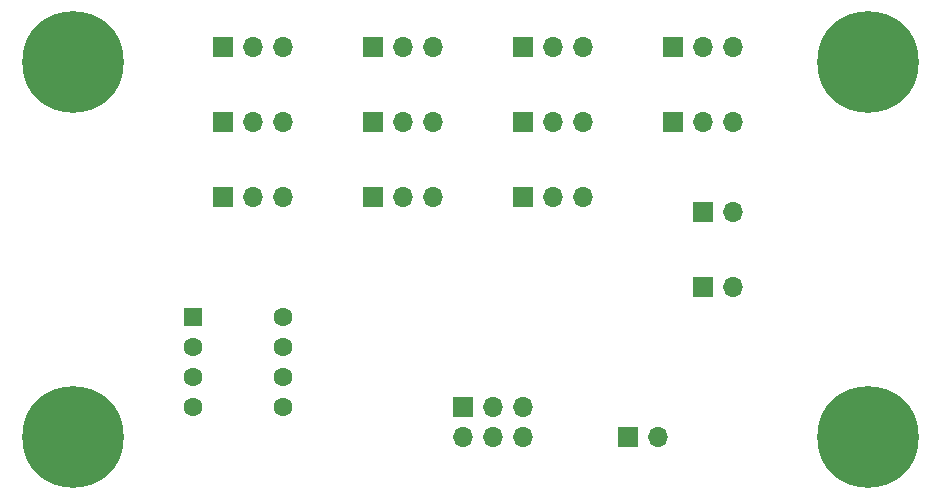
<source format=gbr>
%TF.GenerationSoftware,KiCad,Pcbnew,(5.1.8)-1*%
%TF.CreationDate,2021-01-25T11:57:41-05:00*%
%TF.ProjectId,Analog_Panel,416e616c-6f67-45f5-9061-6e656c2e6b69,rev?*%
%TF.SameCoordinates,Original*%
%TF.FileFunction,Soldermask,Bot*%
%TF.FilePolarity,Negative*%
%FSLAX46Y46*%
G04 Gerber Fmt 4.6, Leading zero omitted, Abs format (unit mm)*
G04 Created by KiCad (PCBNEW (5.1.8)-1) date 2021-01-25 11:57:41*
%MOMM*%
%LPD*%
G01*
G04 APERTURE LIST*
%ADD10C,8.600000*%
%ADD11C,0.900000*%
%ADD12R,1.700000X1.700000*%
%ADD13O,1.700000X1.700000*%
%ADD14R,1.600000X1.600000*%
%ADD15C,1.600000*%
G04 APERTURE END LIST*
D10*
%TO.C,REF\u002A\u002A*%
X31750000Y-24130000D03*
D11*
X34975000Y-24130000D03*
X34030419Y-26410419D03*
X31750000Y-27355000D03*
X29469581Y-26410419D03*
X28525000Y-24130000D03*
X29469581Y-21849581D03*
X31750000Y-20905000D03*
X34030419Y-21849581D03*
%TD*%
D10*
%TO.C,REF\u002A\u002A*%
X99060000Y-24130000D03*
D11*
X102285000Y-24130000D03*
X101340419Y-26410419D03*
X99060000Y-27355000D03*
X96779581Y-26410419D03*
X95835000Y-24130000D03*
X96779581Y-21849581D03*
X99060000Y-20905000D03*
X101340419Y-21849581D03*
%TD*%
D10*
%TO.C,REF\u002A\u002A*%
X99060000Y-55880000D03*
D11*
X102285000Y-55880000D03*
X101340419Y-58160419D03*
X99060000Y-59105000D03*
X96779581Y-58160419D03*
X95835000Y-55880000D03*
X96779581Y-53599581D03*
X99060000Y-52655000D03*
X101340419Y-53599581D03*
%TD*%
D10*
%TO.C,REF\u002A\u002A*%
X31750000Y-55880000D03*
D11*
X34975000Y-55880000D03*
X34030419Y-58160419D03*
X31750000Y-59105000D03*
X29469581Y-58160419D03*
X28525000Y-55880000D03*
X29469581Y-53599581D03*
X31750000Y-52655000D03*
X34030419Y-53599581D03*
%TD*%
D12*
%TO.C,J1*%
X64770000Y-53340000D03*
D13*
X64770000Y-55880000D03*
X67310000Y-53340000D03*
X67310000Y-55880000D03*
X69850000Y-53340000D03*
X69850000Y-55880000D03*
%TD*%
D12*
%TO.C,J2*%
X78740000Y-55880000D03*
D13*
X81280000Y-55880000D03*
%TD*%
D12*
%TO.C,J3*%
X44450000Y-22860000D03*
D13*
X46990000Y-22860000D03*
X49530000Y-22860000D03*
%TD*%
%TO.C,J4*%
X87630000Y-22860000D03*
X85090000Y-22860000D03*
D12*
X82550000Y-22860000D03*
%TD*%
%TO.C,J5*%
X69850000Y-29210000D03*
D13*
X72390000Y-29210000D03*
X74930000Y-29210000D03*
%TD*%
%TO.C,J6*%
X62230000Y-35560000D03*
X59690000Y-35560000D03*
D12*
X57150000Y-35560000D03*
%TD*%
%TO.C,J7*%
X57150000Y-22860000D03*
D13*
X59690000Y-22860000D03*
X62230000Y-22860000D03*
%TD*%
D12*
%TO.C,J8*%
X44450000Y-29210000D03*
D13*
X46990000Y-29210000D03*
X49530000Y-29210000D03*
%TD*%
%TO.C,J9*%
X87630000Y-29210000D03*
X85090000Y-29210000D03*
D12*
X82550000Y-29210000D03*
%TD*%
%TO.C,J10*%
X69850000Y-35560000D03*
D13*
X72390000Y-35560000D03*
X74930000Y-35560000D03*
%TD*%
%TO.C,J11*%
X74930000Y-22860000D03*
X72390000Y-22860000D03*
D12*
X69850000Y-22860000D03*
%TD*%
%TO.C,J12*%
X57150000Y-29210000D03*
D13*
X59690000Y-29210000D03*
X62230000Y-29210000D03*
%TD*%
%TO.C,J13*%
X49530000Y-35560000D03*
X46990000Y-35560000D03*
D12*
X44450000Y-35560000D03*
%TD*%
%TO.C,J14*%
X85090000Y-36830000D03*
D13*
X87630000Y-36830000D03*
%TD*%
%TO.C,J15*%
X87630000Y-43180000D03*
D12*
X85090000Y-43180000D03*
%TD*%
D14*
%TO.C,U1*%
X41910000Y-45720000D03*
D15*
X41910000Y-48260000D03*
X41910000Y-50800000D03*
X41910000Y-53340000D03*
X49530000Y-53340000D03*
X49530000Y-50800000D03*
X49530000Y-48260000D03*
X49530000Y-45720000D03*
%TD*%
M02*

</source>
